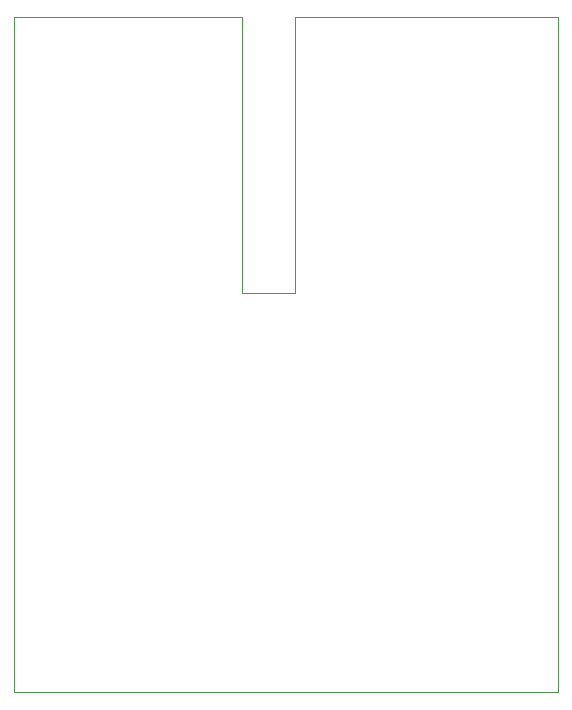
<source format=gm1>
%TF.GenerationSoftware,KiCad,Pcbnew,6.0.9-8da3e8f707~117~ubuntu20.04.1*%
%TF.CreationDate,2022-12-20T10:53:49+01:00*%
%TF.ProjectId,220AC-mini-C3-board,32323041-432d-46d6-996e-692d43332d62,rev?*%
%TF.SameCoordinates,Original*%
%TF.FileFunction,Profile,NP*%
%FSLAX46Y46*%
G04 Gerber Fmt 4.6, Leading zero omitted, Abs format (unit mm)*
G04 Created by KiCad (PCBNEW 6.0.9-8da3e8f707~117~ubuntu20.04.1) date 2022-12-20 10:53:49*
%MOMM*%
%LPD*%
G01*
G04 APERTURE LIST*
%TA.AperFunction,Profile*%
%ADD10C,0.100000*%
%TD*%
G04 APERTURE END LIST*
D10*
X133300000Y-78181200D02*
X133300000Y-54850000D01*
X133300000Y-54850000D02*
X114000000Y-54850000D01*
X137800000Y-54850000D02*
X137800000Y-78181200D01*
X114000000Y-112000000D02*
X160020000Y-112000000D01*
X160020000Y-112000000D02*
X160020000Y-54850000D01*
X137800000Y-78181200D02*
X133300000Y-78181200D01*
X114000000Y-54850000D02*
X114000000Y-112000000D01*
X137800000Y-54850000D02*
X160020000Y-54850000D01*
M02*

</source>
